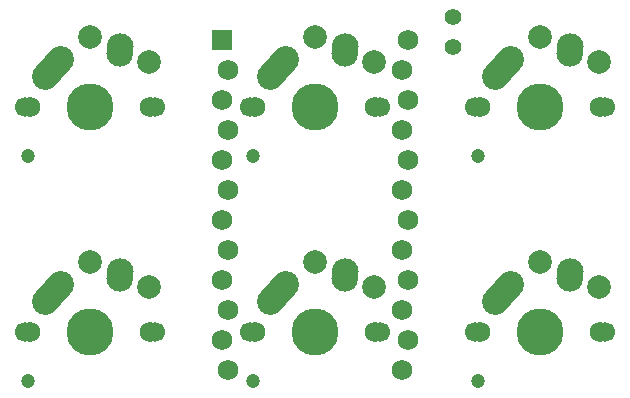
<source format=gbr>
%TF.GenerationSoftware,KiCad,Pcbnew,(6.0.1)*%
%TF.CreationDate,2022-02-20T17:51:40+01:00*%
%TF.ProjectId,3x2-macropad,3378322d-6d61-4637-926f-7061642e6b69,rev?*%
%TF.SameCoordinates,Original*%
%TF.FileFunction,Soldermask,Bot*%
%TF.FilePolarity,Negative*%
%FSLAX46Y46*%
G04 Gerber Fmt 4.6, Leading zero omitted, Abs format (unit mm)*
G04 Created by KiCad (PCBNEW (6.0.1)) date 2022-02-20 17:51:40*
%MOMM*%
%LPD*%
G01*
G04 APERTURE LIST*
G04 Aperture macros list*
%AMHorizOval*
0 Thick line with rounded ends*
0 $1 width*
0 $2 $3 position (X,Y) of the first rounded end (center of the circle)*
0 $4 $5 position (X,Y) of the second rounded end (center of the circle)*
0 Add line between two ends*
20,1,$1,$2,$3,$4,$5,0*
0 Add two circle primitives to create the rounded ends*
1,1,$1,$2,$3*
1,1,$1,$4,$5*%
G04 Aperture macros list end*
%ADD10C,1.400000*%
%ADD11R,1.752600X1.752600*%
%ADD12C,1.752600*%
%ADD13HorizOval,2.250000X0.019771X0.290016X-0.019771X-0.290016X0*%
%ADD14C,2.250000*%
%ADD15HorizOval,2.250000X0.654995X0.730004X-0.654995X-0.730004X0*%
%ADD16C,3.987800*%
%ADD17C,1.750000*%
%ADD18C,2.000000*%
%ADD19C,1.700000*%
%ADD20C,1.200000*%
G04 APERTURE END LIST*
D10*
%TO.C,JP1*%
X72000000Y-36250000D03*
X72000000Y-33710000D03*
%TD*%
D11*
%TO.C,U1*%
X52476400Y-35641750D03*
D12*
X52933600Y-38181750D03*
X52476400Y-40721750D03*
X52933600Y-43261750D03*
X52476400Y-45801750D03*
X52933600Y-48341750D03*
X52476400Y-50881750D03*
X52933600Y-53421750D03*
X52476400Y-55961750D03*
X52933600Y-58501750D03*
X52476400Y-61041750D03*
X67716400Y-63581750D03*
X68173600Y-61041750D03*
X67716400Y-58501750D03*
X68173600Y-55961750D03*
X67716400Y-53421750D03*
X68173600Y-50881750D03*
X67716400Y-48341750D03*
X68173600Y-45801750D03*
X67716400Y-43261750D03*
X68173600Y-40721750D03*
X67716400Y-38181750D03*
X52933600Y-63581750D03*
X68173600Y-35641750D03*
%TD*%
D13*
%TO.C,SW6*%
X81894771Y-55534984D03*
D14*
X81915000Y-55245000D03*
D15*
X76219995Y-57054996D03*
D16*
X79375000Y-60325000D03*
D14*
X76875000Y-56325000D03*
D17*
X74295000Y-60325000D03*
X84455000Y-60325000D03*
D18*
X84375000Y-56525000D03*
X79375000Y-54425000D03*
D19*
X73875000Y-60325000D03*
X84875000Y-60325000D03*
D20*
X74155000Y-64525000D03*
%TD*%
D13*
%TO.C,SW3*%
X81894771Y-36484984D03*
D14*
X81915000Y-36195000D03*
D15*
X76219995Y-38004996D03*
D16*
X79375000Y-41275000D03*
D14*
X76875000Y-37275000D03*
D17*
X74295000Y-41275000D03*
X84455000Y-41275000D03*
D18*
X84375000Y-37475000D03*
X79375000Y-35375000D03*
D19*
X73875000Y-41275000D03*
X84875000Y-41275000D03*
D20*
X74155000Y-45475000D03*
%TD*%
D13*
%TO.C,SW5*%
X62844771Y-55534984D03*
D14*
X62865000Y-55245000D03*
D15*
X57169995Y-57054996D03*
D16*
X60325000Y-60325000D03*
D14*
X57825000Y-56325000D03*
D17*
X55245000Y-60325000D03*
X65405000Y-60325000D03*
D18*
X65325000Y-56525000D03*
X60325000Y-54425000D03*
D19*
X54825000Y-60325000D03*
X65825000Y-60325000D03*
D20*
X55105000Y-64525000D03*
%TD*%
%TO.C,SW2*%
X55105000Y-45475000D03*
D19*
X65825000Y-41275000D03*
X54825000Y-41275000D03*
D18*
X60325000Y-35375000D03*
X65325000Y-37475000D03*
D17*
X65405000Y-41275000D03*
X55245000Y-41275000D03*
D14*
X57825000Y-37275000D03*
D16*
X60325000Y-41275000D03*
D15*
X57169995Y-38004996D03*
D14*
X62865000Y-36195000D03*
D13*
X62844771Y-36484984D03*
%TD*%
%TO.C,SW4*%
X43794771Y-55534984D03*
D14*
X43815000Y-55245000D03*
D15*
X38119995Y-57054996D03*
D16*
X41275000Y-60325000D03*
D14*
X38775000Y-56325000D03*
D17*
X36195000Y-60325000D03*
X46355000Y-60325000D03*
D18*
X46275000Y-56525000D03*
X41275000Y-54425000D03*
D19*
X35775000Y-60325000D03*
X46775000Y-60325000D03*
D20*
X36055000Y-64525000D03*
%TD*%
D13*
%TO.C,SW1*%
X43794771Y-36484984D03*
D14*
X43815000Y-36195000D03*
D15*
X38119995Y-38004996D03*
D16*
X41275000Y-41275000D03*
D14*
X38775000Y-37275000D03*
D17*
X36195000Y-41275000D03*
X46355000Y-41275000D03*
D18*
X46275000Y-37475000D03*
X41275000Y-35375000D03*
D19*
X35775000Y-41275000D03*
X46775000Y-41275000D03*
D20*
X36055000Y-45475000D03*
%TD*%
M02*

</source>
